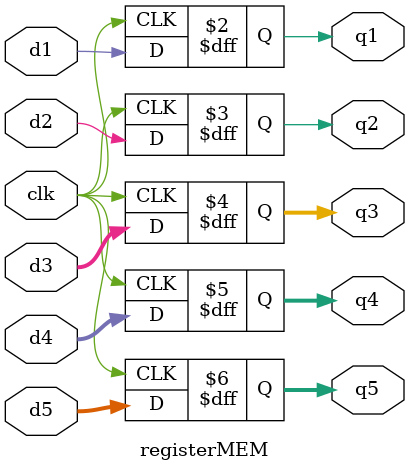
<source format=v>
`timescale 1 ns / 1 ps
`include "pc.v"
`include "memory.v"
`include "instrFetch.v"
`include "regfile.v"
`include "mux.v"

module pipelineCPU
(
    input clk,
    output [31:0] whatever
);


// Instruction Fetch

reg enable = 1;
wire [31:0] PCaddr;
reg regWE = 0;
wire [31:0] InstrOut;
wire [31:0] instrD;
wire [31:0] PCplus4D;
reg wrenable = 1;

pc programcounter(clk, enable, PCaddr);
Instr_memory iMem(PCaddr, InstrOut);
registerIF rif(wrenable, clk, InstrOut, PCaddr, instrD, PCplus4D);

// Instruction Decode
wire [5:0] Op;
wire [5:0] Funct;
wire [4:0] A1;
wire [4:0] A2;
wire [4:0] RtED;
wire [4:0] RdED;
wire [4:0] RtEE;
wire [4:0] RdEE;
wire [15:0] Imm;

wire [31:0] RD1D;
wire [31:0] RD2D;
wire [31:0] RD2E;
wire [31:0] SrcAE;
wire [31:0] SrcBE;
wire [31:0] resultW = 32'b00000000111111110000000011111111;
wire [4:0] WriteRegW = 5'b01010;
wire RegWriteW = 1;
wire [31:0] SignImmE;

wire RegWriteD;
wire MemtoRegD;
wire MemWriteD;
wire BranchD;
wire [2:0] ALUControlD;
wire ALUSrcD;
wire RegDstD;
wire RegWriteE;
wire MemtoRegE;
wire MemWriteE;
wire BranchE;
wire [2:0] ALUControlE;
wire ALUSrcE;
wire RegDstE;
wire [31:0] PCPlus4E;

InstrFetchUnit instrFetch(instrD, Op, Funct, A1, A2, RtED, RdED, Imm);
//ctrl_unit ctrlunit(Op, Funct, clk, RegWriteD, MemtoRegD, MemWriteD, BranchD, ALUControlD, ALUSrcD, RegDstD);
regfile regfilemodule(RD1D, RD2D, resultW, A1, A2, WriteRegW, RegWriteW, clk);
signExtend se(Imm, SignImmE);

registerID rid(clk, RegWriteD, MemtoRegD, MemWriteD, BranchD, ALUControlD, ALUSrcD, RegDstD, RD1D, RD2D, RtED, RdED, SignImmE, PCplus4D, RegWriteE, MemtoRegE, MemWriteE, BranchE, ALUControlE, ALUSrcE, RegDstE, SrcAE, RD2E, RtEE, RdEE, SignImmE, PCPlus4E);

// Execute phase
wire [4:0] WriteRegE;
mux2to15bits mux1(RtEE, RdEE, RegDstE, WriteRegE);
mux32to1by1small mux2(RD2E, SignImmE, ALUSrcE, SrcBE);


endmodule




module registerIF
(
	input wrenable,
    input       clk,
    input [31:0] d1,
    input [31:0] d2,
    output reg [31:0] q1,
    output reg [31:0] q2
    );
    always @(posedge clk) begin
            q1 = d1;
            q2 = d2;
    end
endmodule

module signExtend
(
	input [15:0] imm,
	output reg [31:0] seImm
);
always @(imm) begin
    if (imm[15] == 0) begin
    	seImm <= {16'b0000000000000000, imm};
    end
    else begin
    	seImm <= {16'b1111111111111111, imm};
    end
end
endmodule

module registerID
(
    input       clk,
    input       d1,
    input       d2,
    input       d3,
    input       d4,
    input [2:0] d5,
    input       d6,
    input       d7,
    input [31:0]d8,
    input [31:0]d9,
    input  [4:0]d10,
    input  [4:0]d11,
    input [31:0]d12,
    input [31:0]d13,
    output reg  q1,
    output reg  q2,
    output reg  q3,
    output reg  q4,
    output reg [2:0]  q5,
    output reg  q6,
    output reg   q7,
    output reg [31:0] q8,
    output reg [31:0] q9,
    output reg [4:0] q10,
    output reg [4:0] q11,
    output reg [31:0] q12,
    output reg [31:0] q13
    );

    always @(posedge clk) begin
            q1 = d1;
            q2 = d2;
            q3 = d3;
            q4 = d4;
            q5 = d5;
            q6 = d6;
            q7 = d7;
            q8 = d8;
            q9 = d9;
            q10 = d10;
            q11 = d11;
            q12 = d12;
            q13 = d13;
    end
endmodule

module registerEX
(
    input       clk,
    input       d1,
    input       d2,
    input       d3,
    input       d4,
    input       d5,
    input   [31:0]    d6,
    input   [31:0]    d7,
    input   [4:0]    d8,
    input  [31:0]     d9,
    output reg  q1,
    output reg  q2,
    output reg  q3,
    output reg  q4,
    output reg  q5,
    output reg  q6,
    output reg  q7,
    output reg  q8,
    output reg  q9
    );
    always @(posedge clk) begin
            q1 = d1;
            q2 = d2;
            q3 = d3;
            q4 = d4;
            q5 = d5;
            q6 = d6;
            q7 = d7;
            q8 = d8;
            q9 = d9;
    end
endmodule

module registerMEM
(
    input       clk,
    input       d1,
    input       d2,
    input [31:0] d3,
    input [31:0] d4,
    input [4:0] d5,
    output reg  q1,
    output reg  q2,
    output reg [31:0] q3,
    output reg [31:0] q4,
    output reg [4:0] q5
    );
    always @(posedge clk) begin
            q1 = d1;
            q2 = d2;
            q3 = d3;
            q4 = d4;
            q5 = d5;
    end
endmodule

</source>
